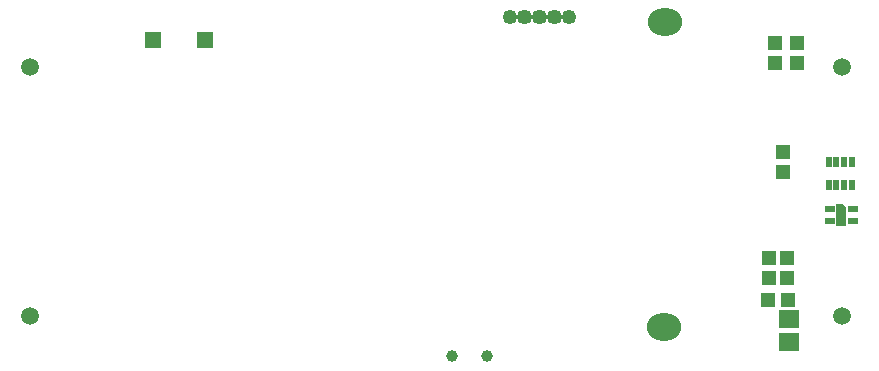
<source format=gbr>
G04 DipTrace 3.2.0.1*
G04 BottomMask.gbr*
%MOIN*%
G04 #@! TF.FileFunction,Soldermask,Bot*
G04 #@! TF.Part,Single*
%AMOUTLINE1*
4,1,16,
-0.012179,0.045296,
-0.031431,0.040935,
-0.047241,0.028371,
-0.056033,0.010191,
-0.056067,-0.010003,
-0.047336,-0.028213,
-0.031568,-0.040831,
-0.012331,-0.045255,
0.012179,-0.045296,
0.031431,-0.040935,
0.047241,-0.028371,
0.056033,-0.010191,
0.056067,0.010003,
0.047336,0.028213,
0.031568,0.040831,
0.012331,0.045255,
-0.012179,0.045296,
0*%
%AMOUTLINE7*
4,1,5,
-0.017717,0.035433,
-0.017717,-0.035433,
0.017717,-0.035433,
0.017717,0.025253,
0.007536,0.035433,
-0.017717,0.035433,
0*%
%ADD17C,0.03937*%
%ADD53C,0.059055*%
%ADD56R,0.035433X0.021654*%
%ADD58R,0.021654X0.035433*%
%ADD75R,0.051181X0.047244*%
%ADD76R,0.055118X0.055118*%
%ADD78C,0.049213*%
%ADD90R,0.066929X0.059055*%
%ADD97R,0.047244X0.051181*%
%ADD102OUTLINE1*%
%ADD108OUTLINE7*%
%FSLAX26Y26*%
G04*
G70*
G90*
G75*
G01*
G04 BotMask*
%LPD*%
D97*
X1203427Y496264D3*
Y429335D3*
X1129807Y496075D3*
Y429146D3*
X1156937Y133214D3*
Y66285D3*
D90*
X1178177Y-500432D3*
Y-425629D3*
D53*
X-1354094Y414291D3*
X1354094D3*
X-1354094Y-414291D3*
X1354094D3*
D97*
X1170159Y-222404D3*
Y-289333D3*
X1110949Y-222453D3*
Y-289382D3*
D75*
X1106112Y-362010D3*
X1173041D3*
D102*
X760885Y-451619D3*
X762585Y564126D3*
D78*
X344860Y580945D3*
X394860D3*
X294860D3*
X444860D3*
X295349Y580752D3*
X345349D3*
X245349D3*
X395349D3*
D76*
X-944882Y505906D3*
X-771654D3*
D17*
X53112Y-549186D3*
X171222D3*
D58*
X1334214Y97471D3*
X1359804D3*
Y20699D3*
X1334214D3*
X1308623Y97471D3*
X1385395D3*
Y20699D3*
X1308623D3*
D108*
X1351084Y-78902D3*
D56*
X1390454Y-59217D3*
Y-98587D3*
X1311714Y-59610D3*
Y-98587D3*
M02*

</source>
